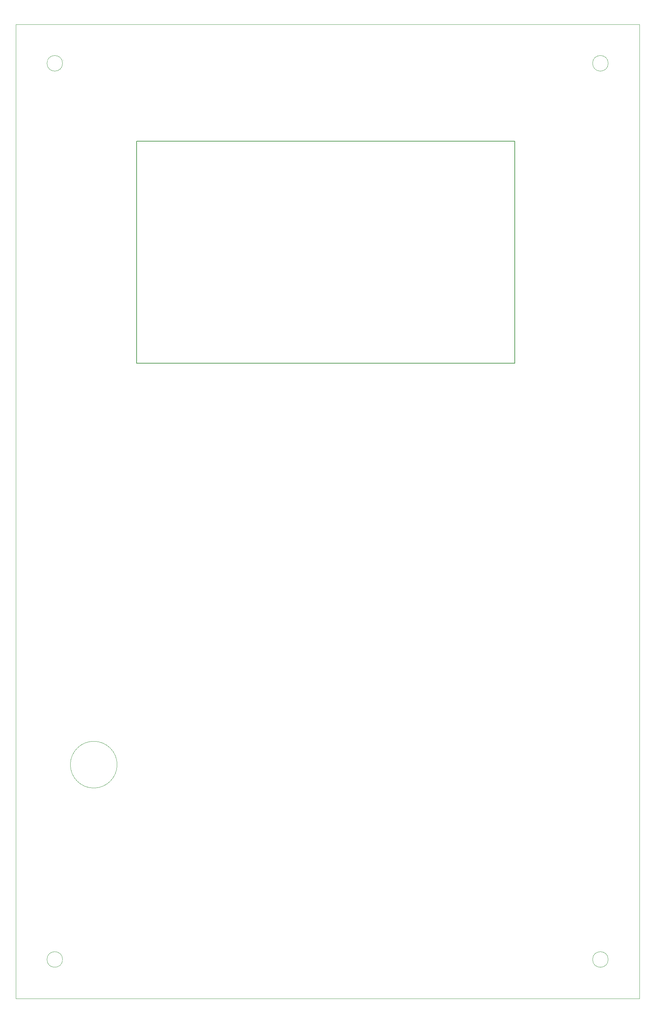
<source format=gbr>
%TF.GenerationSoftware,KiCad,Pcbnew,7.0.9*%
%TF.CreationDate,2024-02-29T19:14:21+00:00*%
%TF.ProjectId,Rpi-Zynthian-Panel,5270692d-5a79-46e7-9468-69616e2d5061,rev?*%
%TF.SameCoordinates,Original*%
%TF.FileFunction,Profile,NP*%
%FSLAX46Y46*%
G04 Gerber Fmt 4.6, Leading zero omitted, Abs format (unit mm)*
G04 Created by KiCad (PCBNEW 7.0.9) date 2024-02-29 19:14:21*
%MOMM*%
%LPD*%
G01*
G04 APERTURE LIST*
%TA.AperFunction,Profile*%
%ADD10C,0.100000*%
%TD*%
%TA.AperFunction,Profile*%
%ADD11C,0.150000*%
%TD*%
G04 APERTURE END LIST*
D10*
X26000000Y-190000000D02*
G75*
G03*
X26000000Y-190000000I-6000000J0D01*
G01*
D11*
X31000000Y-30000000D02*
X128000000Y-30000000D01*
X128000000Y-87000000D01*
X31000000Y-87000000D01*
X31000000Y-30000000D01*
D10*
X12150001Y-9200000D02*
G75*
G03*
X12150001Y-9200000I-1J0D01*
G01*
X12000000Y-10000000D02*
G75*
G03*
X12000000Y-10000000I-2000000J0D01*
G01*
X12000000Y-240000000D02*
G75*
G03*
X12000000Y-240000000I-2000000J0D01*
G01*
X152000000Y-240000000D02*
G75*
G03*
X152000000Y-240000000I-2000000J0D01*
G01*
X0Y0D02*
X160000000Y0D01*
X160000000Y-250000000D01*
X0Y-250000000D01*
X0Y0D01*
X152000000Y-10000000D02*
G75*
G03*
X152000000Y-10000000I-2000000J0D01*
G01*
M02*

</source>
